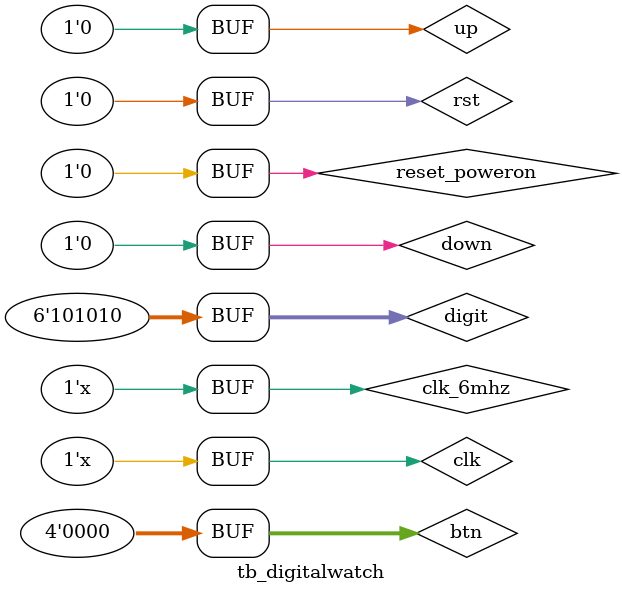
<source format=v>

module tb_digitalwatch;
reg clk, reset_poweron;
reg clk_6mhz;
wire counter_en;
reg clock_en;
reg [3:0] btn;
reg rst, up, down;
reg [5:0] digit;
wire [3:0] sec0, sec1, min0, min1, hrs0, hrs1;
wire [7:0] seg_data;
wire [5:0] seg_com;

initial begin
    clk = 0; clock_en = 0; reset_poweron = 1; btn = 0; rst = 1; digit = 6'b101010; up = 0; down = 0;
    #1 rst = 0; reset_poweron = 0;
    #100 btn = 4'b0010; up = 1; down = 0;
    #25 btn = 4'b0000; up = 0; down = 0;
    #100 btn = 4'b0010; up = 1; down = 0;
    #25 btn = 4'b0000; up = 0; down = 0;
    #100 btn = 4'b0001; up = 0; down = 1;
    #25 btn = 4'b0000; up = 0; down = 0;
    #100 btn = 4'b0001; up = 0; down = 1;
    #25 btn = 4'b0000; up = 0; down = 0;
end

always begin
    #10; clk = ~clk; clk_6mhz = clk; clock_en = counter_en;

end

top u1(clk, reset_poweron, btn, seg_data, seg_com);
clock u2(clk_6mhz, rst, clock_en, digit, up, down, sec0, sec1, min0, min1, hrs0, hrs1);
gen_counter_en #(.SIZE(10)) u3(clk, rst, counter_en);


endmodule

</source>
